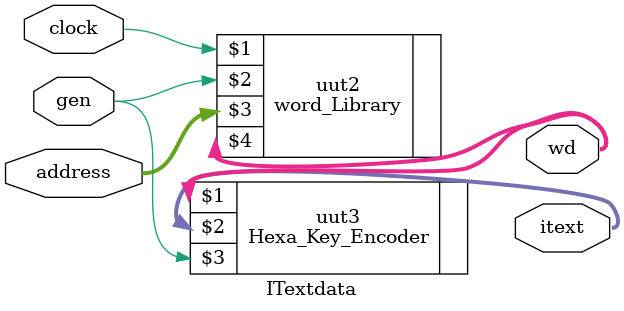
<source format=v>
module ITextdata( clock, gen, itext, address, wd );
input               gen;
input             clock;
input    [7:0]  address;
output       [7:0]itext;
output       [79:0]  wd;



word_Library       uut2(clock, gen, address,  wd);
Hexa_Key_Encoder             uut3(wd, itext, gen);   

endmodule


</source>
